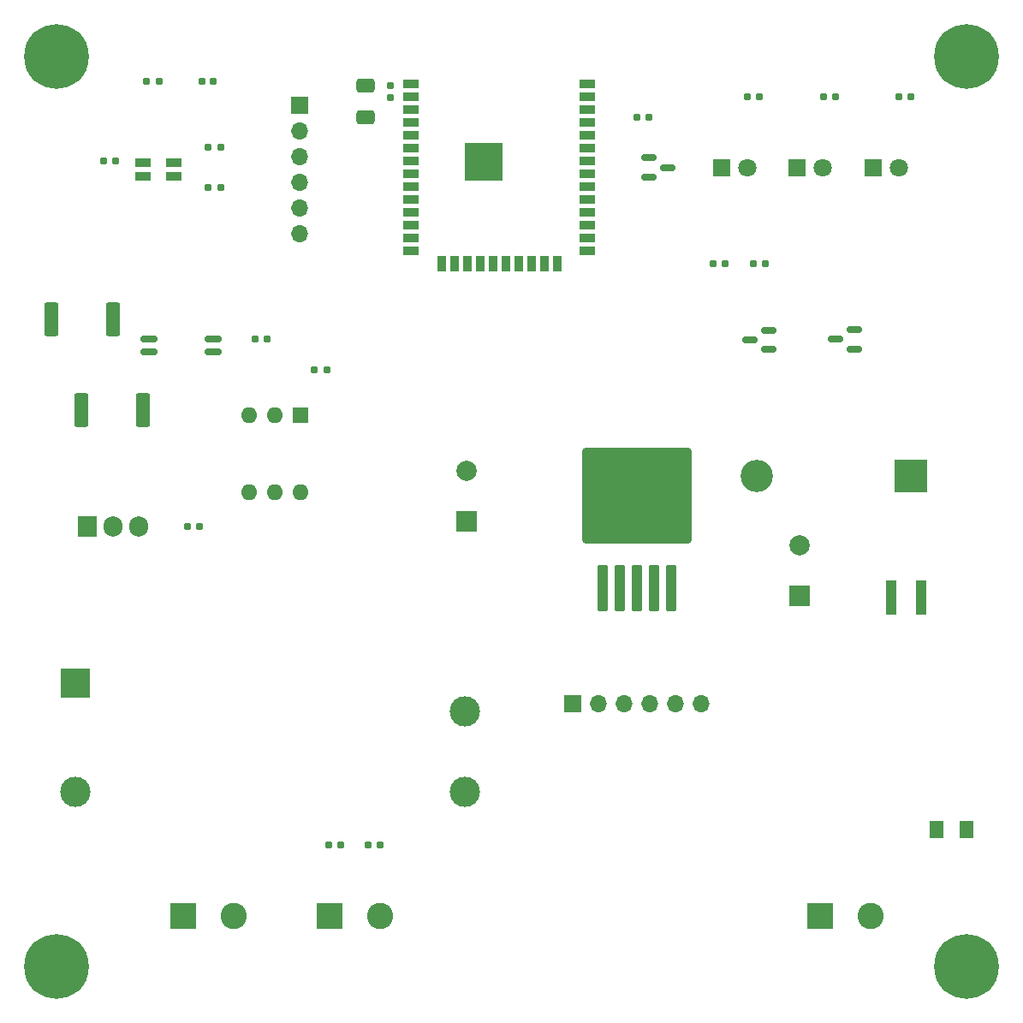
<source format=gbr>
%TF.GenerationSoftware,KiCad,Pcbnew,8.0.3*%
%TF.CreationDate,2024-07-01T15:14:42+02:00*%
%TF.ProjectId,wattwiser,77617474-7769-4736-9572-2e6b69636164,rev?*%
%TF.SameCoordinates,Original*%
%TF.FileFunction,Soldermask,Top*%
%TF.FilePolarity,Negative*%
%FSLAX46Y46*%
G04 Gerber Fmt 4.6, Leading zero omitted, Abs format (unit mm)*
G04 Created by KiCad (PCBNEW 8.0.3) date 2024-07-01 15:14:42*
%MOMM*%
%LPD*%
G01*
G04 APERTURE LIST*
G04 Aperture macros list*
%AMRoundRect*
0 Rectangle with rounded corners*
0 $1 Rounding radius*
0 $2 $3 $4 $5 $6 $7 $8 $9 X,Y pos of 4 corners*
0 Add a 4 corners polygon primitive as box body*
4,1,4,$2,$3,$4,$5,$6,$7,$8,$9,$2,$3,0*
0 Add four circle primitives for the rounded corners*
1,1,$1+$1,$2,$3*
1,1,$1+$1,$4,$5*
1,1,$1+$1,$6,$7*
1,1,$1+$1,$8,$9*
0 Add four rect primitives between the rounded corners*
20,1,$1+$1,$2,$3,$4,$5,0*
20,1,$1+$1,$4,$5,$6,$7,0*
20,1,$1+$1,$6,$7,$8,$9,0*
20,1,$1+$1,$8,$9,$2,$3,0*%
G04 Aperture macros list end*
%ADD10RoundRect,0.249999X-0.450001X-1.425001X0.450001X-1.425001X0.450001X1.425001X-0.450001X1.425001X0*%
%ADD11RoundRect,0.250000X0.650000X-0.412500X0.650000X0.412500X-0.650000X0.412500X-0.650000X-0.412500X0*%
%ADD12R,1.800000X1.800000*%
%ADD13C,1.800000*%
%ADD14RoundRect,0.160000X-0.197500X-0.160000X0.197500X-0.160000X0.197500X0.160000X-0.197500X0.160000X0*%
%ADD15RoundRect,0.160000X0.197500X0.160000X-0.197500X0.160000X-0.197500X-0.160000X0.197500X-0.160000X0*%
%ADD16R,2.600000X2.600000*%
%ADD17C,2.600000*%
%ADD18R,1.500000X0.900000*%
%ADD19R,0.900000X1.500000*%
%ADD20C,0.600000*%
%ADD21R,3.800000X3.800000*%
%ADD22C,0.800000*%
%ADD23C,6.400000*%
%ADD24RoundRect,0.155000X-0.212500X-0.155000X0.212500X-0.155000X0.212500X0.155000X-0.212500X0.155000X0*%
%ADD25RoundRect,0.150000X-0.587500X-0.150000X0.587500X-0.150000X0.587500X0.150000X-0.587500X0.150000X0*%
%ADD26R,1.700000X1.700000*%
%ADD27O,1.700000X1.700000*%
%ADD28RoundRect,0.110000X0.440000X1.590000X-0.440000X1.590000X-0.440000X-1.590000X0.440000X-1.590000X0*%
%ADD29R,2.000000X2.000000*%
%ADD30C,2.000000*%
%ADD31RoundRect,0.250001X-0.462499X-0.624999X0.462499X-0.624999X0.462499X0.624999X-0.462499X0.624999X0*%
%ADD32R,3.200000X3.200000*%
%ADD33O,3.200000X3.200000*%
%ADD34RoundRect,0.155000X0.155000X-0.212500X0.155000X0.212500X-0.155000X0.212500X-0.155000X-0.212500X0*%
%ADD35RoundRect,0.150000X0.587500X0.150000X-0.587500X0.150000X-0.587500X-0.150000X0.587500X-0.150000X0*%
%ADD36RoundRect,0.150000X-0.662500X-0.150000X0.662500X-0.150000X0.662500X0.150000X-0.662500X0.150000X0*%
%ADD37C,3.000000*%
%ADD38R,3.000000X3.000000*%
%ADD39R,1.600000X1.600000*%
%ADD40O,1.600000X1.600000*%
%ADD41RoundRect,0.250000X0.300000X-2.050000X0.300000X2.050000X-0.300000X2.050000X-0.300000X-2.050000X0*%
%ADD42RoundRect,0.250002X5.149998X-4.449998X5.149998X4.449998X-5.149998X4.449998X-5.149998X-4.449998X0*%
%ADD43R,1.905000X2.000000*%
%ADD44O,1.905000X2.000000*%
G04 APERTURE END LIST*
D10*
%TO.C,R16*%
X92450000Y-82000000D03*
X98550000Y-82000000D03*
%TD*%
%TO.C,R1*%
X89500000Y-73000000D03*
X95600000Y-73000000D03*
%TD*%
D11*
%TO.C,C2*%
X120500000Y-53062500D03*
X120500000Y-49937500D03*
%TD*%
D12*
%TO.C,D2*%
X155725000Y-58000000D03*
D13*
X158265000Y-58000000D03*
%TD*%
D14*
%TO.C,R3*%
X147402500Y-53000000D03*
X148597500Y-53000000D03*
%TD*%
D15*
%TO.C,R15*%
X120805000Y-125000000D03*
X122000000Y-125000000D03*
%TD*%
D16*
%TO.C,J1*%
X102500000Y-132000000D03*
D17*
X107500000Y-132000000D03*
%TD*%
D18*
%TO.C,U1*%
X125000000Y-49750000D03*
X125000000Y-51020000D03*
X125000000Y-52290000D03*
X125000000Y-53560000D03*
X125000000Y-54830000D03*
X125000000Y-56100000D03*
X125000000Y-57370000D03*
X125000000Y-58640000D03*
X125000000Y-59910000D03*
X125000000Y-61180000D03*
X125000000Y-62450000D03*
X125000000Y-63720000D03*
X125000000Y-64990000D03*
X125000000Y-66260000D03*
D19*
X128040000Y-67510000D03*
X129310000Y-67510000D03*
X130580000Y-67510000D03*
X131850000Y-67510000D03*
X133120000Y-67510000D03*
X134390000Y-67510000D03*
X135660000Y-67510000D03*
X136930000Y-67510000D03*
X138200000Y-67510000D03*
X139470000Y-67510000D03*
D18*
X142500000Y-66260000D03*
X142500000Y-64990000D03*
X142500000Y-63720000D03*
X142500000Y-62450000D03*
X142500000Y-61180000D03*
X142500000Y-59910000D03*
X142500000Y-58640000D03*
X142500000Y-57370000D03*
X142500000Y-56100000D03*
X142500000Y-54830000D03*
X142500000Y-53560000D03*
X142500000Y-52290000D03*
X142500000Y-51020000D03*
X142500000Y-49750000D03*
D20*
X130850000Y-56770000D03*
X130850000Y-58170000D03*
X131550000Y-56070000D03*
X131550000Y-57470000D03*
X131550000Y-58870000D03*
X132225000Y-56770000D03*
X132225000Y-58170000D03*
D21*
X132250000Y-57470000D03*
D20*
X132950000Y-56070000D03*
X132950000Y-57470000D03*
X132950000Y-58870000D03*
X133650000Y-56770000D03*
X133650000Y-58170000D03*
%TD*%
D22*
%TO.C,H1*%
X87600000Y-47000000D03*
X88302944Y-45302944D03*
X88302944Y-48697056D03*
X90000000Y-44600000D03*
D23*
X90000000Y-47000000D03*
D22*
X90000000Y-49400000D03*
X91697056Y-45302944D03*
X91697056Y-48697056D03*
X92400000Y-47000000D03*
%TD*%
D15*
%TO.C,R8*%
X106195000Y-60000000D03*
X105000000Y-60000000D03*
%TD*%
D24*
%TO.C,C3*%
X104365000Y-49500000D03*
X105500000Y-49500000D03*
%TD*%
D25*
%TO.C,Q1*%
X148562500Y-57050000D03*
X148562500Y-58950000D03*
X150437500Y-58000000D03*
%TD*%
D26*
%TO.C,J5*%
X141000000Y-111000000D03*
D27*
X143540000Y-111000000D03*
X146080000Y-111000000D03*
X148620000Y-111000000D03*
X151160000Y-111000000D03*
X153700000Y-111000000D03*
%TD*%
D28*
%TO.C,L1*%
X175500000Y-100500000D03*
X172500000Y-100500000D03*
%TD*%
D29*
%TO.C,C4*%
X130500000Y-93000000D03*
D30*
X130500000Y-88000000D03*
%TD*%
D14*
%TO.C,R11*%
X154902500Y-67500000D03*
X156097500Y-67500000D03*
%TD*%
D31*
%TO.C,F1*%
X177025000Y-123500000D03*
X180000000Y-123500000D03*
%TD*%
D32*
%TO.C,D5*%
X174500000Y-88500000D03*
D33*
X159260000Y-88500000D03*
%TD*%
D15*
%TO.C,R9*%
X106195000Y-56000000D03*
X105000000Y-56000000D03*
%TD*%
%TO.C,R14*%
X104097500Y-93500000D03*
X102902500Y-93500000D03*
%TD*%
%TO.C,R2*%
X110820000Y-75000000D03*
X109625000Y-75000000D03*
%TD*%
D14*
%TO.C,R12*%
X158902500Y-67500000D03*
X160097500Y-67500000D03*
%TD*%
D24*
%TO.C,C6*%
X118067500Y-125000000D03*
X116932500Y-125000000D03*
%TD*%
D15*
%TO.C,R13*%
X116695000Y-78000000D03*
X115500000Y-78000000D03*
%TD*%
D18*
%TO.C,D1*%
X101600000Y-57500000D03*
X101600000Y-58900000D03*
X98500000Y-57500000D03*
X98500000Y-58900000D03*
%TD*%
D14*
%TO.C,R6*%
X173305000Y-51000000D03*
X174500000Y-51000000D03*
%TD*%
D22*
%TO.C,H2*%
X177600000Y-47000000D03*
X178302944Y-45302944D03*
X178302944Y-48697056D03*
X180000000Y-44600000D03*
D23*
X180000000Y-47000000D03*
D22*
X180000000Y-49400000D03*
X181697056Y-45302944D03*
X181697056Y-48697056D03*
X182400000Y-47000000D03*
%TD*%
%TO.C,H3*%
X87600000Y-137000000D03*
X88302944Y-135302944D03*
X88302944Y-138697056D03*
X90000000Y-134600000D03*
D23*
X90000000Y-137000000D03*
D22*
X90000000Y-139400000D03*
X91697056Y-135302944D03*
X91697056Y-138697056D03*
X92400000Y-137000000D03*
%TD*%
D14*
%TO.C,R5*%
X165805000Y-51000000D03*
X167000000Y-51000000D03*
%TD*%
%TO.C,R10*%
X98902500Y-49500000D03*
X100097500Y-49500000D03*
%TD*%
D34*
%TO.C,C1*%
X123000000Y-51067500D03*
X123000000Y-49932500D03*
%TD*%
D17*
%TO.C,J4*%
X122000000Y-132000000D03*
D16*
X117000000Y-132000000D03*
%TD*%
D26*
%TO.C,J2*%
X114000000Y-51880000D03*
D27*
X114000000Y-54420000D03*
X114000000Y-56960000D03*
X114000000Y-59500000D03*
X114000000Y-62040000D03*
X114000000Y-64580000D03*
%TD*%
D14*
%TO.C,R4*%
X158305000Y-51000000D03*
X159500000Y-51000000D03*
%TD*%
D29*
%TO.C,C5*%
X163500000Y-100367677D03*
D30*
X163500000Y-95367677D03*
%TD*%
D22*
%TO.C,H4*%
X177600000Y-137000000D03*
X178302944Y-135302944D03*
X178302944Y-138697056D03*
X180000000Y-134600000D03*
D23*
X180000000Y-137000000D03*
D22*
X180000000Y-139400000D03*
X181697056Y-135302944D03*
X181697056Y-138697056D03*
X182400000Y-137000000D03*
%TD*%
D35*
%TO.C,Q3*%
X168902500Y-75950000D03*
X168902500Y-74050000D03*
X167027500Y-75000000D03*
%TD*%
%TO.C,Q2*%
X160402500Y-76000000D03*
X160402500Y-74100000D03*
X158527500Y-75050000D03*
%TD*%
D36*
%TO.C,U3*%
X99125000Y-75000000D03*
X99125000Y-76270000D03*
X105500000Y-76270000D03*
X105500000Y-75000000D03*
%TD*%
D37*
%TO.C,PS1*%
X130342500Y-111750000D03*
X130342500Y-119750000D03*
X91842500Y-119750000D03*
D38*
X91842500Y-109000000D03*
%TD*%
D14*
%TO.C,R7*%
X94602500Y-57375000D03*
X95797500Y-57375000D03*
%TD*%
D39*
%TO.C,U4*%
X114080000Y-82500000D03*
D40*
X111540000Y-82500000D03*
X109000000Y-82500000D03*
X109000000Y-90120000D03*
X111540000Y-90120000D03*
X114080000Y-90120000D03*
%TD*%
D12*
%TO.C,D4*%
X170725000Y-58000000D03*
D13*
X173265000Y-58000000D03*
%TD*%
D41*
%TO.C,U2*%
X144000000Y-99575000D03*
X145700000Y-99575000D03*
X147400000Y-99575000D03*
D42*
X147400000Y-90425000D03*
D41*
X149100000Y-99575000D03*
X150800000Y-99575000D03*
%TD*%
D12*
%TO.C,D3*%
X163225000Y-58000000D03*
D13*
X165765000Y-58000000D03*
%TD*%
D43*
%TO.C,Q4*%
X93000000Y-93500000D03*
D44*
X95540000Y-93500000D03*
X98080000Y-93500000D03*
%TD*%
D16*
%TO.C,J3*%
X165487500Y-132000000D03*
D17*
X170487500Y-132000000D03*
%TD*%
M02*

</source>
